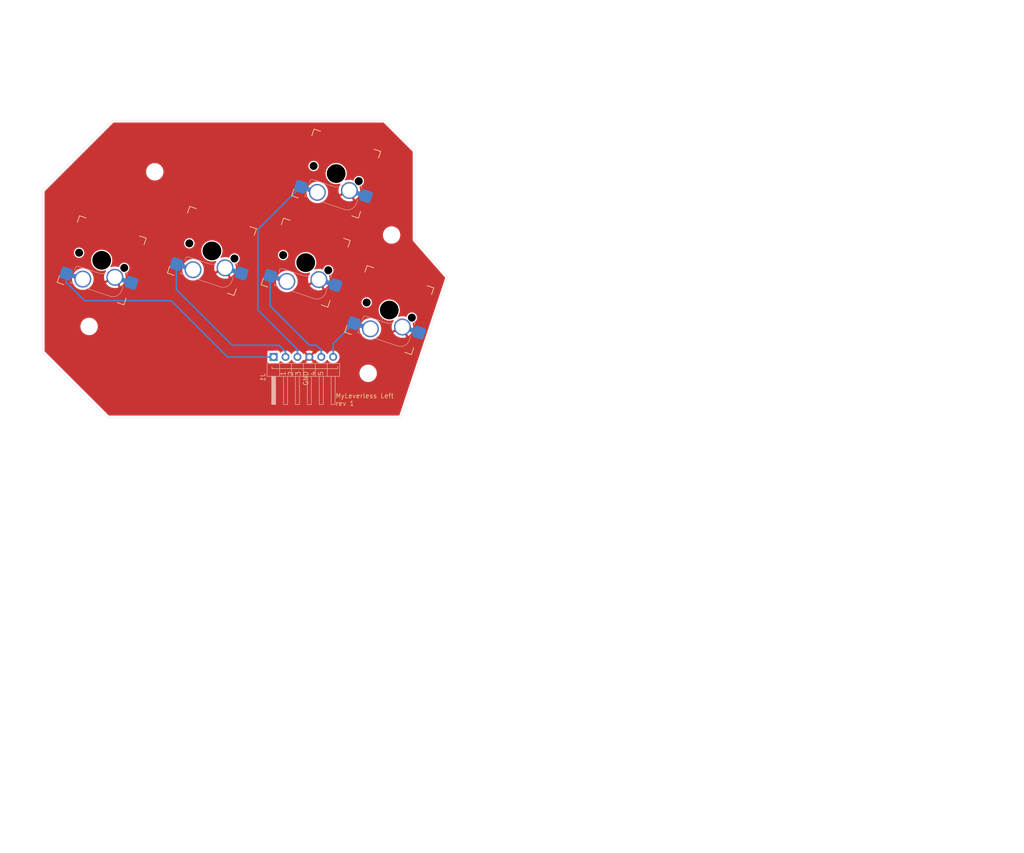
<source format=kicad_pcb>
(kicad_pcb (version 20241229) (generator "pcbnew") (generator_version "9.0")
  (layers (0 "F.Cu" signal) (2 "B.Cu" signal) (13 "F.Paste" user) (15 "B.Paste" user) (5 "F.SilkS" user "F.Silkscreen") (7 "B.SilkS" user "B.Silkscreen") (1 "F.Mask" user) (3 "B.Mask" user) (25 "Edge.Cuts" user))
  (net 0 "")
  (net 1 "L_SW3")
  (net 2 "L_SW4")
  (net 3 "GND")
  (net 4 "L_SW2")
  (net 5 "L_SW5")
  (net 6 "L_SW1")
  (footprint "KeySwitches:SW_MX_HotSwap_PTH" (layer "F.Cu") (at 88 79 -18.54)
    (property "Reference" "SW5" (hide yes))
    (property "Value" "SW_Push" (hide yes))
    (fp_line (start -7.5 7.5) (end -7.5 6) (stroke (width 0.14)) (layer "F.SilkS"))
    (fp_line (start -7.5 7.5) (end -6 7.499999) (stroke (width 0.14)) (layer "F.SilkS"))
    (fp_line (start -7.5 -7.5) (end -7.499999 -6) (stroke (width 0.14)) (layer "F.SilkS"))
    (fp_line (start -7.5 -7.5) (end -6 -7.5) (stroke (width 0.14)) (layer "F.SilkS"))
    (fp_line (start 7.5 7.5) (end 6 7.5) (stroke (width 0.14)) (layer "F.SilkS"))
    (fp_line (start 7.5 7.5) (end 7.499999 6) (stroke (width 0.14)) (layer "F.SilkS"))
    (fp_line (start 7.5 -7.5) (end 6 -7.499999) (stroke (width 0.14)) (layer "F.SilkS"))
    (fp_line (start 7.5 -7.5) (end 7.5 -6) (stroke (width 0.14)) (layer "F.SilkS"))
    (fp_line (start -4.8 6.7) (end -4.8 6.3) (stroke (width 0.1)) (layer "B.SilkS"))
    (fp_line (start -4.8 3.8) (end -4.8 3.3) (stroke (width 0.1)) (layer "B.SilkS"))
    (fp_line (start -3.7 6.7) (end -4.8 6.7) (stroke (width 0.1)) (layer "B.SilkS"))
    (fp_line (start -4.3 2.8) (end -0.2 2.8) (stroke (width 0.1)) (layer "B.SilkS"))
    (fp_line (start 4.1 6.7) (end -1.4 6.7) (stroke (width 0.1)) (layer "B.SilkS"))
    (fp_line (start 6.1 3.8) (end 6.099999 4.7) (stroke (width 0.1)) (layer "B.SilkS"))
    (fp_line (start 6.1 0.9) (end 4.8 0.900001) (stroke (width 0.1)) (layer "B.SilkS"))
    (fp_line (start 6.1 0.9) (end 6.1 1.3) (stroke (width 0.1)) (layer "B.SilkS"))
    (fp_arc (start -4.8 3.3) (mid -4.653553 2.946447) (end -4.3 2.8) (stroke (width 0.1)) (layer "B.SilkS"))
    (fp_arc (start 0.300049 2.796514) (mid 0.050035 2.79971) (end -0.2 2.8) (stroke (width 0.1)) (layer "B.SilkS"))
    (fp_arc (start 2 2) (mid 1.238078 2.585416) (end 0.300049 2.793596) (stroke (width 0.1)) (layer "B.SilkS"))
    (fp_arc (start 2.401036 1.294955) (mid 2.541271 1.03763) (end 2.8 0.900001) (stroke (width 0.1)) (layer "B.SilkS"))
    (fp_arc (start 6.099999 4.7) (mid 5.514214 6.114214) (end 4.1 6.7) (stroke (width 0.1)) (layer "B.SilkS"))
    (pad "" np_thru_hole circle (at -5.08 0.000001 341.46) (size 1.7 1.7) (drill 1.7) (layers "*.Mask"))
    (pad "" np_thru_hole circle (at 0 0 341.46) (size 4 4) (drill 4) (layers "*.Mask"))
    (pad "" np_thru_hole circle (at 5.08 -0.000001 341.46) (size 1.7 1.7) (drill 1.7) (layers "*.Mask"))
    (pad "1" smd roundrect (at -6.289999 5.08 341.46) (size 2.5 2.55) (layers "B.Cu" "B.Mask" "B.Paste") (roundrect_rratio 0.2) (net 5 "L_SW5"))
    (pad "1" smd rect (at -4.5 5.08 341.46) (size 3 1) (layers "B.Cu") (net 5 "L_SW5"))
    (pad "1" thru_hole circle (at -2.54 5.079999 341.46) (size 3.6 3.6) (drill 3) (layers "*.Cu" "B.Mask") (net 5 "L_SW5"))
    (pad "2" thru_hole circle (at 3.81 2.54 341.46) (size 3.6 3.6) (drill 3) (layers "*.Cu" "B.Mask") (net 3 "GND"))
    (pad "2" smd rect (at 6 2.54 341.46) (size 3 1) (layers "B.Cu") (net 3 "GND"))
    (pad "2" smd roundrect (at 7.56 2.54 341.46) (size 2.5 2.55) (layers "B.Cu" "B.Mask" "B.Paste") (roundrect_rratio 0.2) (net 3 "GND"))
  )
  (footprint "KeySwitches:SW_MX_HotSwap_PTH" (layer "F.Cu") (at 50.183642 66.38473 -18.54)
    (property "Reference" "SW2" (hide yes))
    (property "Value" "SW_Push" (hide yes))
    (fp_line (start -7.5 7.5) (end -7.5 6) (stroke (width 0.14)) (layer "F.SilkS"))
    (fp_line (start -7.5 7.5) (end -6 7.499999) (stroke (width 0.14)) (layer "F.SilkS"))
    (fp_line (start -7.5 -7.5) (end -7.499999 -6) (stroke (width 0.14)) (layer "F.SilkS"))
    (fp_line (start -7.5 -7.5) (end -6 -7.5) (stroke (width 0.14)) (layer "F.SilkS"))
    (fp_line (start 7.5 7.5) (end 6 7.5) (stroke (width 0.14)) (layer "F.SilkS"))
    (fp_line (start 7.5 7.5) (end 7.499999 6) (stroke (width 0.14)) (layer "F.SilkS"))
    (fp_line (start 7.5 -7.5) (end 6 -7.499999) (stroke (width 0.14)) (layer "F.SilkS"))
    (fp_line (start 7.5 -7.5) (end 7.5 -6) (stroke (width 0.14)) (layer "F.SilkS"))
    (fp_line (start -4.8 6.7) (end -4.8 6.3) (stroke (width 0.1)) (layer "B.SilkS"))
    (fp_line (start -4.8 3.8) (end -4.8 3.3) (stroke (width 0.1)) (layer "B.SilkS"))
    (fp_line (start -3.7 6.7) (end -4.8 6.7) (stroke (width 0.1)) (layer "B.SilkS"))
    (fp_line (start -4.3 2.8) (end -0.2 2.8) (stroke (width 0.1)) (layer "B.SilkS"))
    (fp_line (start 4.1 6.7) (end -1.4 6.7) (stroke (width 0.1)) (layer "B.SilkS"))
    (fp_line (start 6.1 3.8) (end 6.099999 4.7) (stroke (width 0.1)) (layer "B.SilkS"))
    (fp_line (start 6.1 0.9) (end 4.8 0.900001) (stroke (width 0.1)) (layer "B.SilkS"))
    (fp_line (start 6.1 0.9) (end 6.1 1.3) (stroke (width 0.1)) (layer "B.SilkS"))
    (fp_arc (start -4.8 3.3) (mid -4.653553 2.946447) (end -4.3 2.8) (stroke (width 0.1)) (layer "B.SilkS"))
    (fp_arc (start 0.300049 2.796514) (mid 0.050035 2.79971) (end -0.2 2.8) (stroke (width 0.1)) (layer "B.SilkS"))
    (fp_arc (start 2 2) (mid 1.238078 2.585416) (end 0.300049 2.793596) (stroke (width 0.1)) (layer "B.SilkS"))
    (fp_arc (start 2.401036 1.294955) (mid 2.541271 1.03763) (end 2.8 0.900001) (stroke (width 0.1)) (layer "B.SilkS"))
    (fp_arc (start 6.099999 4.7) (mid 5.514214 6.114214) (end 4.1 6.7) (stroke (width 0.1)) (layer "B.SilkS"))
    (pad "" np_thru_hole circle (at -5.08 0.000001 341.46) (size 1.7 1.7) (drill 1.7) (layers "*.Mask"))
    (pad "" np_thru_hole circle (at 0 0 341.46) (size 4 4) (drill 4) (layers "*.Mask"))
    (pad "" np_thru_hole circle (at 5.08 -0.000001 341.46) (size 1.7 1.7) (drill 1.7) (layers "*.Mask"))
    (pad "1" smd roundrect (at -6.289999 5.08 341.46) (size 2.5 2.55) (layers "B.Cu" "B.Mask" "B.Paste") (roundrect_rratio 0.2) (net 4 "L_SW2"))
    (pad "1" smd rect (at -4.5 5.08 341.46) (size 3 1) (layers "B.Cu") (net 4 "L_SW2"))
    (pad "1" thru_hole circle (at -2.54 5.079999 341.46) (size 3.6 3.6) (drill 3) (layers "*.Cu" "B.Mask") (net 4 "L_SW2"))
    (pad "2" thru_hole circle (at 3.81 2.54 341.46) (size 3.6 3.6) (drill 3) (layers "*.Cu" "B.Mask") (net 3 "GND"))
    (pad "2" smd rect (at 6 2.54 341.46) (size 3 1) (layers "B.Cu") (net 3 "GND"))
    (pad "2" smd roundrect (at 7.56 2.54 341.46) (size 2.5 2.55) (layers "B.Cu" "B.Mask" "B.Paste") (roundrect_rratio 0.2) (net 3 "GND"))
  )
  (footprint "MountingHole:MountingHole_3.2mm_M3_DIN965" (layer "F.Cu") (at 88.5 63)
    (property "Reference" "H1" (hide yes))
    (property "Value" "MountingHole" (hide yes))
    (pad "" np_thru_hole circle (at 0 0) (size 3.2 3.2) (drill 3.2) (layers "*.Cu" "*.Mask"))
  )
  (footprint "KeySwitches:SW_MX_HotSwap_PTH" (layer "F.Cu") (at 70.183642 68.88473 -18.54)
    (property "Reference" "SW4" (hide yes))
    (property "Value" "SW_Push" (hide yes))
    (fp_line (start -7.5 7.5) (end -7.5 6) (stroke (width 0.14)) (layer "F.SilkS"))
    (fp_line (start -7.5 7.5) (end -6 7.499999) (stroke (width 0.14)) (layer "F.SilkS"))
    (fp_line (start -7.5 -7.5) (end -7.499999 -6) (stroke (width 0.14)) (layer "F.SilkS"))
    (fp_line (start -7.5 -7.5) (end -6 -7.5) (stroke (width 0.14)) (layer "F.SilkS"))
    (fp_line (start 7.5 7.5) (end 6 7.5) (stroke (width 0.14)) (layer "F.SilkS"))
    (fp_line (start 7.5 7.5) (end 7.499999 6) (stroke (width 0.14)) (layer "F.SilkS"))
    (fp_line (start 7.5 -7.5) (end 6 -7.499999) (stroke (width 0.14)) (layer "F.SilkS"))
    (fp_line (start 7.5 -7.5) (end 7.5 -6) (stroke (width 0.14)) (layer "F.SilkS"))
    (fp_line (start -4.8 6.7) (end -4.8 6.3) (stroke (width 0.1)) (layer "B.SilkS"))
    (fp_line (start -4.8 3.8) (end -4.8 3.3) (stroke (width 0.1)) (layer "B.SilkS"))
    (fp_line (start -3.7 6.7) (end -4.8 6.7) (stroke (width 0.1)) (layer "B.SilkS"))
    (fp_line (start -4.3 2.8) (end -0.2 2.8) (stroke (width 0.1)) (layer "B.SilkS"))
    (fp_line (start 4.1 6.7) (end -1.4 6.7) (stroke (width 0.1)) (layer "B.SilkS"))
    (fp_line (start 6.1 3.8) (end 6.099999 4.7) (stroke (width 0.1)) (layer "B.SilkS"))
    (fp_line (start 6.1 0.9) (end 4.8 0.900001) (stroke (width 0.1)) (layer "B.SilkS"))
    (fp_line (start 6.1 0.9) (end 6.1 1.3) (stroke (width 0.1)) (layer "B.SilkS"))
    (fp_arc (start -4.8 3.3) (mid -4.653553 2.946447) (end -4.3 2.8) (stroke (width 0.1)) (layer "B.SilkS"))
    (fp_arc (start 0.300049 2.796514) (mid 0.050035 2.79971) (end -0.2 2.8) (stroke (width 0.1)) (layer "B.SilkS"))
    (fp_arc (start 2 2) (mid 1.238078 2.585416) (end 0.300049 2.793596) (stroke (width 0.1)) (layer "B.SilkS"))
    (fp_arc (start 2.401036 1.294955) (mid 2.541271 1.03763) (end 2.8 0.900001) (stroke (width 0.1)) (layer "B.SilkS"))
    (fp_arc (start 6.099999 4.7) (mid 5.514214 6.114214) (end 4.1 6.7) (stroke (width 0.1)) (layer "B.SilkS"))
    (pad "" np_thru_hole circle (at -5.08 0.000001 341.46) (size 1.7 1.7) (drill 1.7) (layers "*.Mask"))
    (pad "" np_thru_hole circle (at 0 0 341.46) (size 4 4) (drill 4) (layers "*.Mask"))
    (pad "" np_thru_hole circle (at 5.08 -0.000001 341.46) (size 1.7 1.7) (drill 1.7) (layers "*.Mask"))
    (pad "1" smd roundrect (at -6.289999 5.08 341.46) (size 2.5 2.55) (layers "B.Cu" "B.Mask" "B.Paste") (roundrect_rratio 0.2) (net 2 "L_SW4"))
    (pad "1" smd rect (at -4.5 5.08 341.46) (size 3 1) (layers "B.Cu") (net 2 "L_SW4"))
    (pad "1" thru_hole circle (at -2.54 5.079999 341.46) (size 3.6 3.6) (drill 3) (layers "*.Cu" "B.Mask") (net 2 "L_SW4"))
    (pad "2" thru_hole circle (at 3.81 2.54 341.46) (size 3.6 3.6) (drill 3) (layers "*.Cu" "B.Mask") (net 3 "GND"))
    (pad "2" smd rect (at 6 2.54 341.46) (size 3 1) (layers "B.Cu") (net 3 "GND"))
    (pad "2" smd roundrect (at 7.56 2.54 341.46) (size 2.5 2.55) (layers "B.Cu" "B.Mask" "B.Paste") (roundrect_rratio 0.2) (net 3 "GND"))
  )
  (footprint "MountingHole:MountingHole_3.2mm_M3_DIN965" (layer "F.Cu") (at 83.5 92.5)
    (property "Reference" "H2" (hide yes))
    (property "Value" "MountingHole" (hide yes))
    (pad "" np_thru_hole circle (at 0 0) (size 3.2 3.2) (drill 3.2) (layers "*.Cu" "*.Mask"))
  )
  (footprint "KeySwitches:SW_MX_HotSwap_PTH" (layer "F.Cu") (at 76.683642 49.88473 -18.54)
    (property "Reference" "SW3" (hide yes))
    (property "Value" "SW_Push" (hide yes))
    (fp_line (start -7.5 7.5) (end -7.5 6) (stroke (width 0.14)) (layer "F.SilkS"))
    (fp_line (start -7.5 7.5) (end -6 7.499999) (stroke (width 0.14)) (layer "F.SilkS"))
    (fp_line (start -7.5 -7.5) (end -7.499999 -6) (stroke (width 0.14)) (layer "F.SilkS"))
    (fp_line (start -7.5 -7.5) (end -6 -7.5) (stroke (width 0.14)) (layer "F.SilkS"))
    (fp_line (start 7.5 7.5) (end 6 7.5) (stroke (width 0.14)) (layer "F.SilkS"))
    (fp_line (start 7.5 7.5) (end 7.499999 6) (stroke (width 0.14)) (layer "F.SilkS"))
    (fp_line (start 7.5 -7.5) (end 6 -7.499999) (stroke (width 0.14)) (layer "F.SilkS"))
    (fp_line (start 7.5 -7.5) (end 7.5 -6) (stroke (width 0.14)) (layer "F.SilkS"))
    (fp_line (start -4.8 6.7) (end -4.8 6.3) (stroke (width 0.1)) (layer "B.SilkS"))
    (fp_line (start -4.8 3.8) (end -4.8 3.3) (stroke (width 0.1)) (layer "B.SilkS"))
    (fp_line (start -3.7 6.7) (end -4.8 6.7) (stroke (width 0.1)) (layer "B.SilkS"))
    (fp_line (start -4.3 2.8) (end -0.2 2.8) (stroke (width 0.1)) (layer "B.SilkS"))
    (fp_line (start 4.1 6.7) (end -1.4 6.7) (stroke (width 0.1)) (layer "B.SilkS"))
    (fp_line (start 6.1 3.8) (end 6.099999 4.7) (stroke (width 0.1)) (layer "B.SilkS"))
    (fp_line (start 6.1 0.9) (end 4.8 0.900001) (stroke (width 0.1)) (layer "B.SilkS"))
    (fp_line (start 6.1 0.9) (end 6.1 1.3) (stroke (width 0.1)) (layer "B.SilkS"))
    (fp_arc (start -4.8 3.3) (mid -4.653553 2.946447) (end -4.3 2.8) (stroke (width 0.1)) (layer "B.SilkS"))
    (fp_arc (start 0.300049 2.796514) (mid 0.050035 2.79971) (end -0.2 2.8) (stroke (width 0.1)) (layer "B.SilkS"))
    (fp_arc (start 2 2) (mid 1.238078 2.585416) (end 0.300049 2.793596) (stroke (width 0.1)) (layer "B.SilkS"))
    (fp_arc (start 2.401036 1.294955) (mid 2.541271 1.03763) (end 2.8 0.900001) (stroke (width 0.1)) (layer "B.SilkS"))
    (fp_arc (start 6.099999 4.7) (mid 5.514214 6.114214) (end 4.1 6.7) (stroke (width 0.1)) (layer "B.SilkS"))
    (pad "" np_thru_hole circle (at -5.08 0.000001 341.46) (size 1.7 1.7) (drill 1.7) (layers "*.Mask"))
    (pad "" np_thru_hole circle (at 0 0 341.46) (size 4 4) (drill 4) (layers "*.Mask"))
    (pad "" np_thru_hole circle (at 5.08 -0.000001 341.46) (size 1.7 1.7) (drill 1.7) (layers "*.Mask"))
    (pad "1" smd roundrect (at -6.289999 5.08 341.46) (size 2.5 2.55) (layers "B.Cu" "B.Mask" "B.Paste") (roundrect_rratio 0.2) (net 1 "L_SW3"))
    (pad "1" smd rect (at -4.5 5.08 341.46) (size 3 1) (layers "B.Cu") (net 1 "L_SW3"))
    (pad "1" thru_hole circle (at -2.54 5.079999 341.46) (size 3.6 3.6) (drill 3) (layers "*.Cu" "B.Mask") (net 1 "L_SW3"))
    (pad "2" thru_hole circle (at 3.81 2.54 341.46) (size 3.6 3.6) (drill 3) (layers "*.Cu" "B.Mask") (net 3 "GND"))
    (pad "2" smd rect (at 6 2.54 341.46) (size 3 1) (layers "B.Cu") (net 3 "GND"))
    (pad "2" smd roundrect (at 7.56 2.54 341.46) (size 2.5 2.55) (layers "B.Cu" "B.Mask" "B.Paste") (roundrect_rratio 0.2) (net 3 "GND"))
  )
  (footprint "MountingHole:MountingHole_3.2mm_M3_DIN965" (layer "F.Cu") (at 24 82.5)
    (property "Reference" "H3" (hide yes))
    (property "Value" "MountingHole" (hide yes))
    (pad "" np_thru_hole circle (at 0 0) (size 3.2 3.2) (drill 3.2) (layers "*.Cu" "*.Mask"))
  )
  (footprint "KeySwitches:SW_MX_HotSwap_PTH" (layer "F.Cu") (at 26.683642 68.38473 -18.54)
    (property "Reference" "SW1" (hide yes))
    (property "Value" "SW_Push" (hide yes))
    (fp_line (start -7.5 7.5) (end -7.5 6) (stroke (width 0.14)) (layer "F.SilkS"))
    (fp_line (start -7.5 7.5) (end -6 7.499999) (stroke (width 0.14)) (layer "F.SilkS"))
    (fp_line (start -7.5 -7.5) (end -7.499999 -6) (stroke (width 0.14)) (layer "F.SilkS"))
    (fp_line (start -7.5 -7.5) (end -6 -7.5) (stroke (width 0.14)) (layer "F.SilkS"))
    (fp_line (start 7.5 7.5) (end 6 7.5) (stroke (width 0.14)) (layer "F.SilkS"))
    (fp_line (start 7.5 7.5) (end 7.499999 6) (stroke (width 0.14)) (layer "F.SilkS"))
    (fp_line (start 7.5 -7.5) (end 6 -7.499999) (stroke (width 0.14)) (layer "F.SilkS"))
    (fp_line (start 7.5 -7.5) (end 7.5 -6) (stroke (width 0.14)) (layer "F.SilkS"))
    (fp_line (start -4.8 6.7) (end -4.8 6.3) (stroke (width 0.1)) (layer "B.SilkS"))
    (fp_line (start -4.8 3.8) (end -4.8 3.3) (stroke (width 0.1)) (layer "B.SilkS"))
    (fp_line (start -3.7 6.7) (end -4.8 6.7) (stroke (width 0.1)) (layer "B.SilkS"))
    (fp_line (start -4.3 2.8) (end -0.2 2.8) (stroke (width 0.1)) (layer "B.SilkS"))
    (fp_line (start 4.1 6.7) (end -1.4 6.7) (stroke (width 0.1)) (layer "B.SilkS"))
    (fp_line (start 6.1 3.8) (end 6.099999 4.7) (stroke (width 0.1)) (layer "B.SilkS"))
    (fp_line (start 6.1 0.9) (end 4.8 0.900001) (stroke (width 0.1)) (layer "B.SilkS"))
    (fp_line (start 6.1 0.9) (end 6.1 1.3) (stroke (width 0.1)) (layer "B.SilkS"))
    (fp_arc (start -4.8 3.3) (mid -4.653553 2.946447) (end -4.3 2.8) (stroke (width 0.1)) (layer "B.SilkS"))
    (fp_arc (start 0.300049 2.796514) (mid 0.050035 2.79971) (end -0.2 2.8) (stroke (width 0.1)) (layer "B.SilkS"))
    (fp_arc (start 2 2) (mid 1.238078 2.585416) (end 0.300049 2.793596) (stroke (width 0.1)) (layer "B.SilkS"))
    (fp_arc (start 2.401036 1.294955) (mid 2.541271 1.03763) (end 2.8 0.900001) (stroke (width 0.1)) (layer "B.SilkS"))
    (fp_arc (start 6.099999 4.7) (mid 5.514214 6.114214) (end 4.1 6.7) (stroke (width 0.1)) (layer "B.SilkS"))
    (pad "" np_thru_hole circle (at -5.08 0.000001 341.46) (size 1.7 1.7) (drill 1.7) (layers "*.Mask"))
    (pad "" np_thru_hole circle (at 0 0 341.46) (size 4 4) (drill 4) (layers "*.Mask"))
    (pad "" np_thru_hole circle (at 5.08 -0.000001 341.46) (size 1.7 1.7) (drill 1.7) (layers "*.Mask"))
    (pad "1" smd roundrect (at -6.289999 5.08 341.46) (size 2.5 2.55) (layers "B.Cu" "B.Mask" "B.Paste") (roundrect_rratio 0.2) (net 6 "L_SW1"))
    (pad "1" smd rect (at -4.5 5.08 341.46) (size 3 1) (layers "B.Cu") (net 6 "L_SW1"))
    (pad "1" thru_hole circle (at -2.54 5.079999 341.46) (size 3.6 3.6) (drill 3) (layers "*.Cu" "B.Mask") (net 6 "L_SW1"))
    (pad "2" thru_hole circle (at 3.81 2.54 341.46) (size 3.6 3.6) (drill 3) (layers "*.Cu" "B.Mask") (net 3 "GND"))
    (pad "2" smd rect (at 6 2.54 341.46) (size 3 1) (layers "B.Cu") (net 3 "GND"))
    (pad "2" smd roundrect (at 7.56 2.54 341.46) (size 2.5 2.55) (layers "B.Cu" "B.Mask" "B.Paste") (roundrect_rratio 0.2) (net 3 "GND"))
  )
  (footprint "MountingHole:MountingHole_3.2mm_M3_DIN965" (layer "F.Cu") (at 38 49.5)
    (property "Reference" "H4" (hide yes))
    (property "Value" "MountingHole" (hide yes))
    (pad "" np_thru_hole circle (at 0 0) (size 3.2 3.2) (drill 3.2) (layers "*.Cu" "*.Mask"))
  )
  (footprint "Connector_PinHeader_2.54mm:PinHeader_1x06_P2.54mm_Horizontal" (layer "B.Cu") (at 63.34 89 -90)
    (property "Reference" "J1" (at 4.385 2.27 90) (layer "B.SilkS") (effects (justify mirror)))
    (property "Value" "Left")
    (fp_line (start 1.39 1.38) (end 1.39 -14.08) (stroke (width 0.12)) (layer "B.SilkS"))
    (fp_line (start 4.15 1.38) (end 1.39 1.38) (stroke (width 0.12)) (layer "B.SilkS"))
    (fp_line (start -1.27 1.27) (end 0 1.27) (stroke (width 0.12)) (layer "B.SilkS"))
    (fp_line (start 1.16 0.43) (end 1.39 0.43) (stroke (width 0.12)) (layer "B.SilkS"))
    (fp_line (start -1.27 0) (end -1.27 1.27) (stroke (width 0.12)) (layer "B.SilkS"))
    (fp_line (start 1.16 -0.43) (end 1.39 -0.43) (stroke (width 0.12)) (layer "B.SilkS"))
    (fp_line (start 1.39 -1.27) (end 4.15 -1.27) (stroke (width 0.12)) (layer "B.SilkS"))
    (fp_line (start 1.077358 -2.11) (end 1.39 -2.11) (stroke (width 0.12)) (layer "B.SilkS"))
    (fp_line (start 4.15 -2.11) (end 10.15 -2.11) (stroke (width 0.12)) (layer "B.SilkS"))
    (fp_line (start 10.15 -2.11) (end 10.15 -2.97) (stroke (width 0.12)) (layer "B.SilkS"))
    (fp_line (start 1.077358 -2.97) (end 1.39 -2.97) (stroke (width 0.12)) (layer "B.SilkS"))
    (fp_line (start 10.15 -2.97) (end 4.15 -2.97) (stroke (width 0.12)) (layer "B.SilkS"))
    (fp_line (start 1.39 -3.81) (end 4.15 -3.81) (stroke (width 0.12)) (layer "B.SilkS"))
    (fp_line (start 1.077358 -4.65) (end 1.39 -4.65) (stroke (width 0.12)) (layer "B.SilkS"))
    (fp_line (start 4.15 -4.65) (end 10.15 -4.65) (stroke (width 0.12)) (layer "B.SilkS"))
    (fp_line (start 10.15 -4.65) (end 10.15 -5.51) (stroke (width 0.12)) (layer "B.SilkS"))
    (fp_line (start 1.077358 -5.51) (end 1.39 -5.51) (stroke (width 0.12)) (layer "B.SilkS"))
    (fp_line (start 10.15 -5.51) (end 4.15 -5.51) (stroke (width 0.12)) (layer "B.SilkS"))
    (fp_line (start 1.39 -6.35) (end 4.15 -6.35) (stroke (width 0.12)) (layer "B.SilkS"))
    (fp_line (start 1.077358 -7.19) (end 1.39 -7.19) (stroke (width 0.12)) (layer "B.SilkS"))
    (fp_line (start 4.15 -7.19) (end 10.15 -7.19) (stroke (width 0.12)) (layer "B.SilkS"))
    (fp_line (start 10.15 -7.19) (end 10.15 -8.05) (stroke (width 0.12)) (layer "B.SilkS"))
    (fp_line (start 1.077358 -8.05) (end 1.39 -8.05) (stroke (width 0.12)) (layer "B.SilkS"))
    (fp_line (start 10.15 -8.05) (end 4.15 -8.05) (stroke (width 0.12)) (layer "B.SilkS"))
    (fp_line (start 1.39 -8.89) (end 4.15 -8.89) (stroke (width 0.12)) (layer "B.SilkS"))
    (fp_line (start 1.077358 -9.73) (end 1.39 -9.73) (stroke (width 0.12)) (layer "B.SilkS"))
    (fp_line (start 4.15 -9.73) (end 10.15 -9.73) (stroke (width 0.12)) (layer "B.SilkS"))
    (fp_line (start 10.15 -9.73) (end 10.15 -10.59) (stroke (width 0.12)) (layer "B.SilkS"))
    (fp_line (start 1.077358 -10.59) (end 1.39 -10.59) (stroke (width 0.12)) (layer "B.SilkS"))
    (fp_line (start 10.15 -10.59) (end 4.15 -10.59) (stroke (width 0.12)) (layer "B.SilkS"))
    (fp_line (start 1.39 -11.43) (end 4.15 -11.43) (stroke (width 0.12)) (layer "B.SilkS"))
    (fp_line (start 1.077358 -12.27) (end 1.39 -12.27) (stroke (width 0.12)) (layer "B.SilkS"))
    (fp_line (start 4.15 -12.27) (end 10.15 -12.27) (stroke (width 0.12)) (layer "B.SilkS"))
    (fp_line (start 10.15 -12.27) (end 10.15 -13.13) (stroke (width 0.12)) (layer "B.SilkS"))
    (fp_line (start 1.077358 -13.13) (end 1.39 -13.13) (stroke (width 0.12)) (layer "B.SilkS"))
    (fp_line (start 10.15 -13.13) (end 4.15 -13.13) (stroke (width 0.12)) (layer "B.SilkS"))
    (fp_line (start 1.39 -14.08) (end 4.15 -14.08) (stroke (width 0.12)) (layer "B.SilkS"))
    (fp_line (start 4.15 -14.08) (end 4.15 1.38) (stroke (width 0.12)) (layer "B.SilkS"))
    (fp_rect (start 4.15 0.43) (end 10.15 -0.43) (stroke (width 0.12)) (fill yes) (layer "B.SilkS"))
    (pad "1" thru_hole rect (at 0 0 270) (size 1.7 1.7) (drill 1) (layers "*.Cu" "*.Mask") (net 6 "L_SW1"))
    (pad "2" thru_hole circle (at 0 -2.54 270) (size 1.7 1.7) (drill 1) (layers "*.Cu" "*.Mask") (net 4 "L_SW2"))
    (pad "3" thru_hole circle (at 0 -5.08 270) (size 1.7 1.7) (drill 1) (layers "*.Cu" "*.Mask") (net 1 "L_SW3"))
    (pad "4" thru_hole circle (at 0 -7.62 270) (size 1.7 1.7) (drill 1) (layers "*.Cu" "*.Mask") (net 3 "GND"))
    (pad "5" thru_hole circle (at 0 -10.16 270) (size 1.7 1.7) (drill 1) (layers "*.Cu" "*.Mask") (net 2 "L_SW4"))
    (pad "6" thru_hole circle (at 0 -12.7 270) (size 1.7 1.7) (drill 1) (layers "*.Cu" "*.Mask") (net 5 "L_SW5"))
  )
  (gr_line (start 77 91.5) (end 77 91) (stroke (width 0.1)) (layer "F.SilkS"))
  (gr_line (start 63 91) (end 63 91.5) (stroke (width 0.1)) (layer "F.SilkS"))
  (gr_line (start 63 91.5) (end 77 91.5) (stroke (width 0.1)) (layer "F.SilkS"))
  (gr_line (start 14 53.5) (end 14 88) (stroke (width 0.05)) (layer "Edge.Cuts"))
  (gr_line (start 93.5 45) (end 87 38.5) (stroke (width 0.05)) (layer "Edge.Cuts"))
  (gr_line (start 93.5 64) (end 93.5 45) (stroke (width 0.05)) (layer "Edge.Cuts"))
  (gr_line (start 14 88) (end 28 102) (stroke (width 0.05)) (layer "Edge.Cuts"))
  (gr_line (start 90.5 102) (end 100.5 72) (stroke (width 0.05)) (layer "Edge.Cuts"))
  (gr_line (start 28 102) (end 90.5 102) (stroke (width 0.05)) (layer "Edge.Cuts"))
  (gr_line (start 29 38.5) (end 14 53.5) (stroke (width 0.05)) (layer "Edge.Cuts"))
  (gr_line (start 100.5 72) (end 93.5 64) (stroke (width 0.05)) (layer "Edge.Cuts"))
  (gr_line (start 87 38.5) (end 29 38.5) (stroke (width 0.05)) (layer "Edge.Cuts"))
  (gr_text "MyLeverless Left\nrev 1" (at 76.5 99.5 0) (layer "F.SilkS") (effects (font (size 1 1) (thickness 0.1)) (justify left bottom)))
  (gr_text "1\n2\n3\nGND\n4\n5" (at 74 92 90) (layer "F.SilkS") (effects (font (size 1 1) (thickness 0.1)) (justify right bottom)))
  (segment (start 60 61.805889) (end 60 79) (width 0.35) (layer "B.Cu") (net 1))
  (segment (start 69.104811 52.701078) (end 60 61.805889) (width 0.35) (layer "B.Cu") (net 1))
  (segment (start 68.42 87.42) (end 68.42 89) (width 0.35) (layer "B.Cu") (net 1))
  (segment (start 60 79) (end 68.42 87.42) (width 0.35) (layer "B.Cu") (net 1))
  (segment (start 72.5 86.5) (end 73.5 87.5) (width 0.35) (layer "B.Cu") (net 2))
  (segment (start 73.5 87.5) (end 73.5 89) (width 0.35) (layer "B.Cu") (net 2))
  (segment (start 62.604811 78.104811) (end 71 86.5) (width 0.35) (layer "B.Cu") (net 2))
  (segment (start 62.604811 71.701078) (end 62.604811 78.104811) (width 0.35) (layer "B.Cu") (net 2))
  (segment (start 71 86.5) (end 72.5 86.5) (width 0.35) (layer "B.Cu") (net 2))
  (segment (start 42.604811 74.604811) (end 54.5 86.5) (width 0.35) (layer "B.Cu") (net 4))
  (segment (start 65.88 87.88) (end 65.88 89) (width 0.35) (layer "B.Cu") (net 4))
  (segment (start 64.5 86.5) (end 65.88 87.88) (width 0.35) (layer "B.Cu") (net 4))
  (segment (start 54.5 86.5) (end 64.5 86.5) (width 0.35) (layer "B.Cu") (net 4))
  (segment (start 42.604811 69.201078) (end 42.604811 74.604811) (width 0.35) (layer "B.Cu") (net 4))
  (segment (start 76.04 86.197517) (end 76.04 89) (width 0.35) (layer "B.Cu") (net 5))
  (segment (start 80.421169 81.816348) (end 76.04 86.197517) (width 0.35) (layer "B.Cu") (net 5))
  (segment (start 23 77) (end 41.5 77) (width 0.35) (layer "B.Cu") (net 6))
  (segment (start 19.104811 73.104811) (end 23 77) (width 0.35) (layer "B.Cu") (net 6))
  (segment (start 19.104811 71.201078) (end 19.104811 73.104811) (width 0.35) (layer "B.Cu") (net 6))
  (segment (start 41.5 77) (end 53.5 89) (width 0.35) (layer "B.Cu") (net 6))
  (segment (start 53.5 89) (end 63.34 89) (width 0.35) (layer "B.Cu") (net 6))
  (zone (net 3) (net_name "GND") (layer "F.Cu") (connect_pads (clearance 0.5)) (min_thickness 0.25) (fill yes (thermal_gap 0.5) (thermal_bridge_width 0.5))
    (polygon (pts (xy 5 31.5) (xy 7.5 111) (xy 117 112.5) (xy 116.5 30)))
  )
)
</source>
